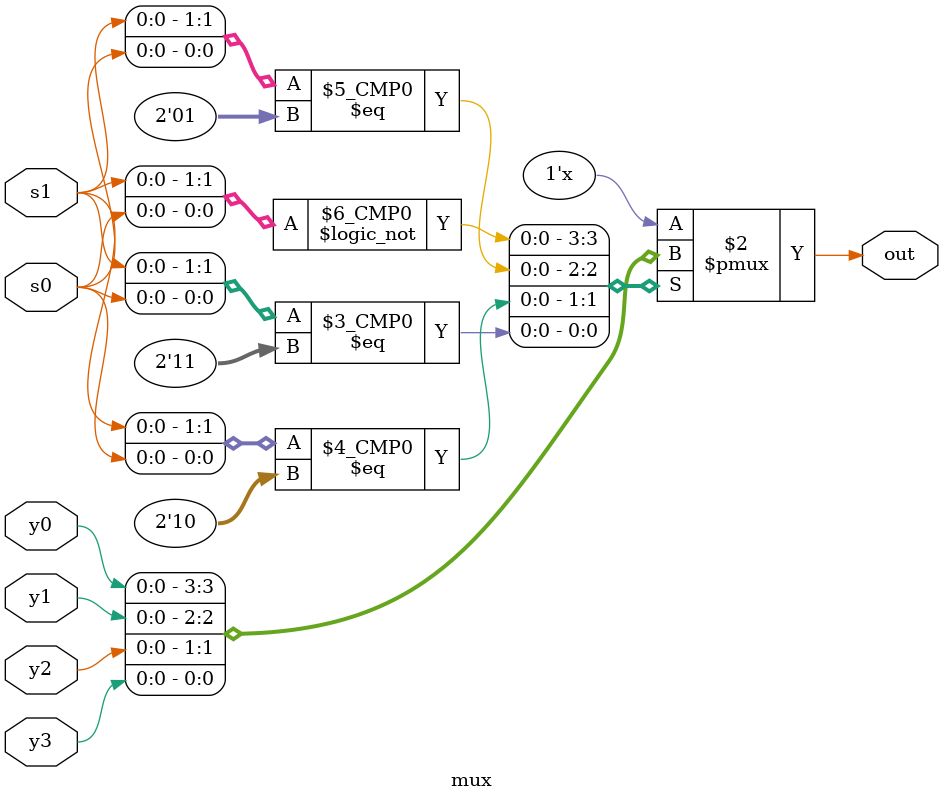
<source format=v>
module mux(output reg out,input y0,y1,y2,y3,s0,s1);
    always @(*) begin
        case ({s1,s0})
            2'b00: out = y0;
            2'b01: out = y1;
            2'b10: out = y2;
            2'b11: out = y3;
            default: out = 1'b0; // Default case for safety
        endcase
    end
endmodule

</source>
